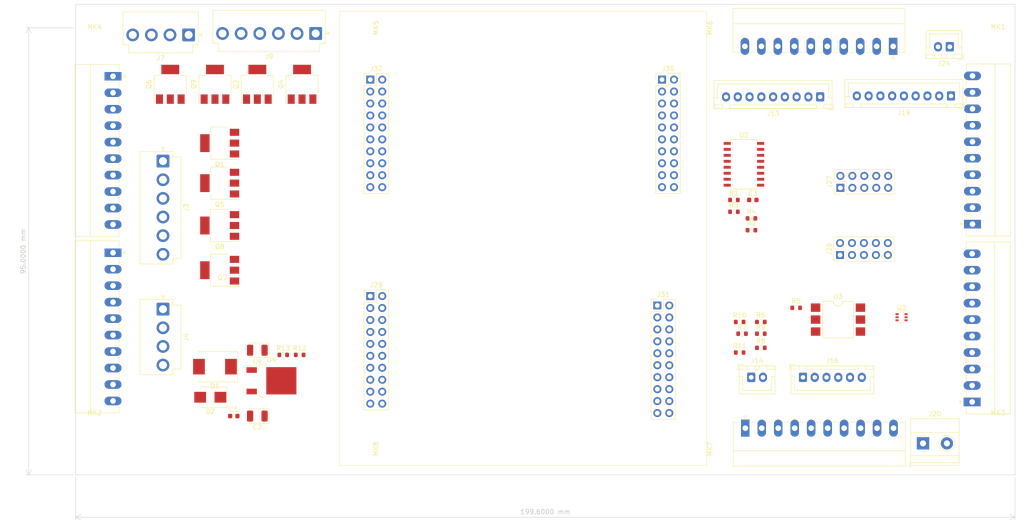
<source format=kicad_pcb>
(kicad_pcb (version 20211014) (generator pcbnew)
  (layers (0 "F.Cu" signal "Górna sygnałowa") (31 "B.Cu" signal "Dolna sygnałowa") (34 "B.Paste" user "Dolna pasty") (35 "F.Paste" user "Górna pasty") (36 "B.SilkS" user "Dolna opisowa") (37 "F.SilkS" user "Górna opisowa") (38 "B.Mask" user "Dolna sodermaski") (39 "F.Mask" user "Górna soldermaski") (44 "Edge.Cuts" user "Krawędziowa"))
  (net 0 "")
  (net 1 "/controller/PUMP_PRESS")
  (net 2 "+24V")
  (net 3 "/controller/PUMP_VACUUM")
  (net 4 "GND")
  (net 5 "+5V")
  (net 6 "/controller/ENC_Y_A+")
  (net 7 "/controller/ENC_Y_A-")
  (net 8 "/controller/ENC_Y_B+")
  (net 9 "/controller/ENC_Y_B-")
  (net 10 "+7V")
  (net 11 "/controller/OUT_LZ")
  (net 12 "/controller/OUT_UNUSED")
  (net 13 "/controller/OUT_N2_VALVE")
  (net 14 "/controller/OUT_N1_VALVE")
  (net 15 "/controller/OUT_LED_DN")
  (net 16 "/controller/OUT_LED_UP")
  (net 19 "/controller/IN1_ANA")
  (net 20 "/controller/IN2_ANA")
  (net 21 "/controller/IN_Z_LIM")
  (net 22 "/controller/IN_Y_LIM")
  (net 23 "/controller/IN_X_LIM")
  (net 24 "/controller/IN_LZ_LIM")
  (net 25 "/controller/ENC_X_A+")
  (net 26 "/controller/ENC_X_A-")
  (net 27 "/controller/ENC_X_B+")
  (net 28 "/controller/ENC_X_B-")
  (net 32 "/controller/CAM+")
  (net 33 "/controller/CAM-")
  (net 34 "/controller/ESTOP")
  (net 35 "/controller/DIR_X")
  (net 36 "/controller/STEP_Z")
  (net 37 "/controller/DIR_Y")
  (net 38 "/controller/STEP_Y")
  (net 39 "/controller/DIR_Z")
  (net 40 "/controller/STEP_X")
  (net 43 "/controller/ENA_XYZ")
  (net 44 "/controller/DIR_B")
  (net 45 "/controller/STEP_D")
  (net 46 "/controller/DIR_C")
  (net 47 "/controller/STEP_C")
  (net 48 "/controller/DIR_D")
  (net 49 "/controller/STEP_B")
  (net 50 "/controller/ENA_BCD")
  (net 52 "+3V3")
  (net 53 "/controller/UniPrinterBase/ENC1.CH1")
  (net 54 "/controller/UniPrinterBase/ENC2.CH1")
  (net 55 "/controller/UniPrinterBase/ENC1.CH2")
  (net 56 "/controller/UniPrinterBase/ENC2.CH2")
  (net 57 "/controller/UniPrinterBase/IO_CPU1")
  (net 58 "/controller/UniPrinterBase/ENC3_CH1.OUT_CPU11_PWM")
  (net 59 "/controller/UniPrinterBase/IO_CPU2")
  (net 60 "/controller/UniPrinterBase/ENC3_CH2.OUT_CPU12_PWM")
  (net 61 "/controller/UniPrinterBase/IO_CPU3")
  (net 62 "/controller/UniPrinterBase/IO_CPU7")
  (net 63 "/controller/UniPrinterBase/IO_CPU4")
  (net 64 "/controller/UniPrinterBase/IO_CPU5")
  (net 65 "/controller/UniPrinterBase/IO_CPU6")
  (net 66 "/controller/UniPrinterBase/U1_RX")
  (net 67 "/controller/UniPrinterBase/U1_TX")
  (net 68 "/controller/UniPrinterBase/BOOT0")
  (net 69 "/controller/UniPrinterBase/IN_CPU6")
  (net 71 "/controller/UniPrinterBase/IN_CPU7")
  (net 73 "/controller/UniPrinterBase/IN_CPU8")
  (net 74 "/controller/UniPrinterBase/I2C.SDA")
  (net 75 "/controller/UniPrinterBase/IN_CPU9")
  (net 76 "/controller/UniPrinterBase/I2C.SCL")
  (net 77 "/controller/UniPrinterBase/IN_CPU10")
  (net 78 "/controller/UniPrinterBase/CAN_H")
  (net 79 "/controller/UniPrinterBase/CAN_L")
  (net 80 "/controller/UniPrinterBase/OUT_CPU1_PWM")
  (net 81 "/controller/UniPrinterBase/OUT_CPU2_PWM")
  (net 82 "/controller/UniPrinterBase/OUT_CPU3_PWM")
  (net 83 "/controller/UniPrinterBase/OUT_CPU4_PWM")
  (net 84 "/controller/UniPrinterBase/OUT_CPU5")
  (net 85 "/controller/UniPrinterBase/OUT_CPU6")
  (net 86 "/controller/UniPrinterBase/OUT_CPU7")
  (net 87 "/controller/UniPrinterBase/OUT_CPU8")
  (net 88 "/controller/UniPrinterBase/OUT_CPU9")
  (net 89 "/controller/UniPrinterBase/OUT_CPU10")
  (net 90 "/controller/UniPrinterBase/LED")
  (net 91 "/controller/UniPrinterBase/DAC")
  (net 92 "/controller/UniPrinterBase/OUT_STEP7")
  (net 93 "/controller/UniPrinterBase/OUT_DIR7")
  (net 94 "/controller/UniPrinterBase/IO_CPU8")
  (net 95 "/controller/UniPrinterBase/U6_485_A")
  (net 96 "/controller/UniPrinterBase/IO_CPU9")
  (net 97 "/controller/UniPrinterBase/U6_485_B")
  (net 99 "/controller/VSUP")
  (net 100 "/controller/UniPrinterBase/ADC.CH1")
  (net 101 "/controller/UniPrinterBase/ADC.CH2")
  (net 102 "Net-(R5-Pad1)")
  (net 103 "Net-(R7-Pad1)")
  (net 104 "Net-(R10-Pad1)")
  (net 106 "Net-(C1-Pad1)")
  (net 107 "Net-(C2-Pad1)")
  (footprint "MountingHole:MountingHole_3.2mm_M3" (layer "F.Cu") (at 213.9 55)
    (property "Reference" "MK1")
    (property "Value" "Mounting_Hole")
    (fp_text reference "MK1" (at 0 -4.2) (layer "F.SilkS"))
    (fp_text value "Mounting_Hole")
    (pad "" np_thru_hole circle (at 0 0) (size 3.2 3.2) (drill 3.2) (layers *.Cu *.Mask))
  )
  (footprint "Diode_SMD:D_SMB" (layer "F.Cu") (at 46.5 129.5 180)
    (fp_text reference "D2" (at 0 -3) (layer "F.SilkS"))
    (fp_text value "SK56")
    (pad "1" smd rect (at -2.15 0 180) (size 2.5 2.3) (layers "F.Cu" "F.Paste" "F.Mask") (net 106 "Net-(C1-Pad1)"))
    (pad "2" smd rect (at 2.15 0 180) (size 2.5 2.3) (layers "F.Cu" "F.Paste" "F.Mask") (net 2 "+24V"))
  )
  (footprint "Resistor_SMD:R_0603_1608Metric" (layer "F.Cu") (at 171 110.5)
    (fp_text reference "R5" (at 0 -1.43) (layer "F.SilkS"))
    (fp_text value "220R")
    (pad "1" smd roundrect (at -0.825 0) (size 0.8 0.95) (layers "F.Cu" "F.Paste" "F.Mask") (net 102 "Net-(R5-Pad1)"))
    (pad "2" smd roundrect (at 0.825 0) (size 0.8 0.95) (layers "F.Cu" "F.Paste" "F.Mask") (net 86 "/controller/UniPrinterBase/OUT_CPU7"))
  )
  (footprint "Package_TO_SOT_SMD:TO-252-2" (layer "F.Cu") (at 59.5 126)
    (fp_text reference "U4" (at 0 -4.5) (layer "F.SilkS"))
    (fp_text value "LM217_TO-252")
    (pad "1" smd rect (at -4.2 -2.28) (size 2.2 1.2) (layers "F.Cu" "F.Paste" "F.Mask") (net 107 "Net-(C2-Pad1)"))
    (pad "2" smd rect (at 2.1 0) (size 6.4 5.8) (layers "F.Cu" "F.Mask") (net 10 "+7V"))
    (pad "3" smd rect (at -4.2 2.28) (size 2.2 1.2) (layers "F.Cu" "F.Paste" "F.Mask") (net 106 "Net-(C1-Pad1)"))
  )
  (footprint "Connector_PinHeader_2.54mm:PinHeader_2x05_P2.54mm_Vertical" (layer "F.Cu") (at 180.4 85 90)
    (fp_text reference "J27" (at 1.27 -2.33 90) (layer "F.SilkS"))
    (fp_text value "Conn_02x05_Odd_Even")
    (pad "1" thru_hole rect (at 0 0 90) (size 1.7 1.7) (drill 1) (layers *.Cu *.Mask) (net 35 "/controller/DIR_X"))
    (pad "2" thru_hole oval (at 2.54 0 90) (size 1.7 1.7) (drill 1) (layers *.Cu *.Mask) (net 36 "/controller/STEP_Z"))
    (pad "3" thru_hole oval (at 0 2.54 90) (size 1.7 1.7) (drill 1) (layers *.Cu *.Mask) (net 37 "/controller/DIR_Y"))
    (pad "4" thru_hole oval (at 2.54 2.54 90) (size 1.7 1.7) (drill 1) (layers *.Cu *.Mask) (net 38 "/controller/STEP_Y"))
    (pad "5" thru_hole oval (at 0 5.08 90) (size 1.7 1.7) (drill 1) (layers *.Cu *.Mask) (net 39 "/controller/DIR_Z"))
    (pad "6" thru_hole oval (at 2.54 5.08 90) (size 1.7 1.7) (drill 1) (layers *.Cu *.Mask) (net 40 "/controller/STEP_X"))
    (pad "7" thru_hole oval (at 0 7.62 90) (size 1.7 1.7) (drill 1) (layers *.Cu *.Mask) (net 43 "/controller/ENA_XYZ"))
    (pad "8" thru_hole oval (at 2.54 7.62 90) (size 1.7 1.7) (drill 1) (layers *.Cu *.Mask) (net 43 "/controller/ENA_XYZ"))
    (pad "9" thru_hole oval (at 0 10.16 90) (size 1.7 1.7) (drill 1) (layers *.Cu *.Mask) (net 4 "GND"))
    (pad "10" thru_hole oval (at 2.54 10.16 90) (size 1.7 1.7) (drill 1) (layers *.Cu *.Mask) (net 4 "GND"))
  )
  (footprint "Connector_PinHeader_2.54mm:PinHeader_2x05_P2.54mm_Vertical" (layer "F.Cu") (at 180.325 99.275 90)
    (fp_text reference "J28" (at 1.27 -2.33 90) (layer "F.SilkS"))
    (fp_text value "Conn_02x05_Odd_Even")
    (pad "1" thru_hole rect (at 0 0 90) (size 1.7 1.7) (drill 1) (layers *.Cu *.Mask) (net 44 "/controller/DIR_B"))
    (pad "2" thru_hole oval (at 2.54 0 90) (size 1.7 1.7) (drill 1) (layers *.Cu *.Mask) (net 45 "/controller/STEP_D"))
    (pad "3" thru_hole oval (at 0 2.54 90) (size 1.7 1.7) (drill 1) (layers *.Cu *.Mask) (net 46 "/controller/DIR_C"))
    (pad "4" thru_hole oval (at 2.54 2.54 90) (size 1.7 1.7) (drill 1) (layers *.Cu *.Mask) (net 47 "/controller/STEP_C"))
    (pad "5" thru_hole oval (at 0 5.08 90) (size 1.7 1.7) (drill 1) (layers *.Cu *.Mask) (net 48 "/controller/DIR_D"))
    (pad "6" thru_hole oval (at 2.54 5.08 90) (size 1.7 1.7) (drill 1) (layers *.Cu *.Mask) (net 49 "/controller/STEP_B"))
    (pad "7" thru_hole oval (at 0 7.62 90) (size 1.7 1.7) (drill 1) (layers *.Cu *.Mask) (net 50 "/controller/ENA_BCD"))
    (pad "8" thru_hole oval (at 2.54 7.62 90) (size 1.7 1.7) (drill 1) (layers *.Cu *.Mask) (net 50 "/controller/ENA_BCD"))
    (pad "9" thru_hole oval (at 0 10.16 90) (size 1.7 1.7) (drill 1) (layers *.Cu *.Mask) (net 4 "GND"))
    (pad "10" thru_hole oval (at 2.54 10.16 90) (size 1.7 1.7) (drill 1) (layers *.Cu *.Mask) (net 4 "GND"))
  )
  (footprint "Connector_JST:JST_XH_B2B-XH-A_1x02_P2.50mm_Vertical" (layer "F.Cu") (at 203.65 55.025 180)
    (fp_text reference "J24" (at 1.25 -3.55) (layer "F.SilkS"))
    (fp_text value "Conn_01x02_Male")
    (pad "1" thru_hole roundrect (at 0 0 180) (size 1.7 2) (drill 1) (layers *.Cu *.Mask) (roundrect_rratio 0.147059) (net 4 "GND"))
    (pad "2" thru_hole oval (at 2.5 0 180) (size 1.7 2) (drill 1) (layers *.Cu *.Mask) (net 34 "/controller/ESTOP"))
  )
  (footprint "Connector_JST:JST_XH_B2B-XH-A_1x02_P2.50mm_Vertical" (layer "F.Cu") (at 161.45 125.275)
    (fp_text reference "J14" (at 1.25 -3.55) (layer "F.SilkS"))
    (fp_text value "Conn_01x02_Male")
    (pad "1" thru_hole roundrect (at 0 0) (size 1.7 2) (drill 1) (layers *.Cu *.Mask) (roundrect_rratio 0.147059) (net 19 "/controller/IN1_ANA"))
    (pad "2" thru_hole oval (at 2.5 0) (size 1.7 2) (drill 1) (layers *.Cu *.Mask) (net 20 "/controller/IN2_ANA"))
  )
  (footprint "moje:PhoenixContact_MC-G_10x3.50mm_Angled" (layer "F.Cu") (at 208.4 130.5 90)
    (fp_text reference "J26" hide)
    (fp_text value "Conn_01x10_Male")
    (pad "1" thru_hole rect locked (at 0 0 90) (size 1.8 3.6) (drill 1.2) (layers *.Cu *.Mask) (net 4 "GND"))
    (pad "2" thru_hole oval locked (at 3.5 0 90) (size 1.8 3.6) (drill 1.2) (layers *.Cu *.Mask) (net 4 "GND"))
    (pad "3" thru_hole oval locked (at 7 0 90) (size 1.8 3.6) (drill 1.2) (layers *.Cu *.Mask) (net 48 "/controller/DIR_D"))
    (pad "4" thru_hole oval locked (at 10.5 0 90) (size 1.8 3.6) (drill 1.2) (layers *.Cu *.Mask) (net 45 "/controller/STEP_D"))
    (pad "5" thru_hole oval locked (at 14 0 90) (size 1.8 3.6) (drill 1.2) (layers *.Cu *.Mask) (net 46 "/controller/DIR_C"))
    (pad "6" thru_hole oval locked (at 17.5 0 90) (size 1.8 3.6) (drill 1.2) (layers *.Cu *.Mask) (net 47 "/controller/STEP_C"))
    (pad "7" thru_hole oval locked (at 21 0 90) (size 1.8 3.6) (drill 1.2) (layers *.Cu *.Mask) (net 44 "/controller/DIR_B"))
    (pad "8" thru_hole oval locked (at 24.5 0 90) (size 1.8 3.6) (drill 1.2) (layers *.Cu *.Mask) (net 49 "/controller/STEP_B"))
    (pad "9" thru_hole oval locked (at 28 0 90) (size 1.8 3.6) (drill 1.2) (layers *.Cu *.Mask) (net 50 "/controller/ENA_BCD"))
    (pad "10" thru_hole oval locked (at 31.5 0 90) (size 1.8 3.6) (drill 1.2) (layers *.Cu *.Mask))
  )
  (footprint "MountingHole:MountingHole_3.2mm_M3" (layer "F.Cu") (at 77.5 140.5 -90)
    (property "Reference" "MK6")
    (property "Value" "Mounting_Hole")
    (fp_text reference "MK8" (at 0 -4.2 90) (layer "F.SilkS"))
    (fp_text value "Mounting_Hole")
    (pad "" np_thru_hole circle locked (at 0 0 270) (size 3.2 3.2) (drill 3.2) (layers *.Cu *.Mask))
  )
  (footprint "Resistor_SMD:R_0603_1608Metric" (layer "F.Cu") (at 65.5 120.5)
    (fp_text reference "R12" (at 0 -1.43) (layer "F.SilkS"))
    (fp_text value "4k6")
    (pad "1" smd roundrect (at -0.825 0) (size 0.8 0.95) (layers "F.Cu" "F.Paste" "F.Mask") (net 4 "GND"))
    (pad "2" smd roundrect (at 0.825 0) (size 0.8 0.95) (layers "F.Cu" "F.Paste" "F.Mask") (net 107 "Net-(C2-Pad1)"))
  )
  (footprint "MountingHole:MountingHole_3.2mm_M3" (layer "F.Cu") (at 213.9 137)
    (property "Reference" "MK3")
    (property "Value" "Mounting_Hole")
    (fp_text reference "MK3" (at 0 -4.2) (layer "F.SilkS"))
    (fp_text value "Mounting_Hole")
    (pad "" np_thru_hole circle (at 0 0) (size 3.2 3.2) (drill 3.2) (layers *.Cu *.Mask))
  )
  (footprint "Capacitor_Tantalum_SMD:CP_EIA-3528-21_Kemet-B" (layer "F.Cu") (at 56.5 133.5 180)
    (fp_text reference "C2" (at 0 -2.35) (layer "F.SilkS"))
    (fp_text value "10uf")
    (pad "1" smd roundrect (at -1.5375 0 180) (size 1.325 2.35) (layers "F.Cu" "F.Paste" "F.Mask") (roundrect_rratio 0.188679) (net 107 "Net-(C2-Pad1)"))
    (pad "2" smd roundrect (at 1.5375 0 180) (size 1.325 2.35) (layers "F.Cu" "F.Paste" "F.Mask") (roundrect_rratio 0.188679) (net 4 "GND"))
  )
  (footprint "Package_TO_SOT_SMD:SOT-363_SC-70-6" (layer "F.Cu") (at 193.4 112.5)
    (fp_text reference "Q3" (at 0 -2) (layer "F.SilkS"))
    (fp_text value "BSS138BKS")
    (pad "1" smd rect (at -0.95 -0.65) (size 0.65 0.4) (layers "F.Cu" "F.Paste" "F.Mask") (net 4 "GND"))
    (pad "2" smd rect (at -0.95 0) (size 0.65 0.4) (layers "F.Cu" "F.Paste" "F.Mask") (net 57 "/controller/UniPrinterBase/IO_CPU1"))
    (pad "3" smd rect (at -0.95 0.65) (size 0.65 0.4) (layers "F.Cu" "F.Paste" "F.Mask") (net 50 "/controller/ENA_BCD"))
    (pad "4" smd rect (at 0.95 0.65) (size 0.65 0.4) (layers "F.Cu" "F.Paste" "F.Mask") (net 4 "GND"))
    (pad "5" smd rect (at 0.95 0) (size 0.65 0.4) (layers "F.Cu" "F.Paste" "F.Mask") (net 59 "/controller/UniPrinterBase/IO_CPU2"))
    (pad "6" smd rect (at 0.95 -0.65) (size 0.65 0.4) (layers "F.Cu" "F.Paste" "F.Mask") (net 43 "/controller/ENA_XYZ"))
  )
  (footprint "Package_SO:SOIC-16W_5.3x10.2mm_P1.27mm" (layer "F.Cu") (at 159.9 80)
    (fp_text reference "U2" (at 0 -6.2) (layer "F.SilkS"))
    (fp_text value "AM26LV32xNS")
    (pad "1" smd rect (at -3.55 -4.445) (size 1.5 0.6) (layers "F.Cu" "F.Paste" "F.Mask") (net 7 "/controller/ENC_Y_A-"))
    (pad "2" smd rect (at -3.55 -3.175) (size 1.5 0.6) (layers "F.Cu" "F.Paste" "F.Mask") (net 6 "/controller/ENC_Y_A+"))
    (pad "3" smd rect (at -3.55 -1.905) (size 1.5 0.6) (layers "F.Cu" "F.Paste" "F.Mask") (net 53 "/controller/UniPrinterBase/ENC1.CH1"))
    (pad "4" smd rect (at -3.55 -0.635) (size 1.5 0.6) (layers "F.Cu" "F.Paste" "F.Mask") (net 4 "GND"))
    (pad "5" smd rect (at -3.55 0.635) (size 1.5 0.6) (layers "F.Cu" "F.Paste" "F.Mask") (net 55 "/controller/UniPrinterBase/ENC1.CH2"))
    (pad "6" smd rect (at -3.55 1.905) (size 1.5 0.6) (layers "F.Cu" "F.Paste" "F.Mask") (net 8 "/controller/ENC_Y_B+"))
    (pad "7" smd rect (at -3.55 3.175) (size 1.5 0.6) (layers "F.Cu" "F.Paste" "F.Mask") (net 9 "/controller/ENC_Y_B-"))
    (pad "8" smd rect (at -3.55 4.445) (size 1.5 0.6) (layers "F.Cu" "F.Paste" "F.Mask") (net 4 "GND"))
    (pad "9" smd rect (at 3.55 4.445) (size 1.5 0.6) (layers "F.Cu" "F.Paste" "F.Mask") (net 26 "/controller/ENC_X_A-"))
    (pad "10" smd rect (at 3.55 3.175) (size 1.5 0.6) (layers "F.Cu" "F.Paste" "F.Mask") (net 25 "/controller/ENC_X_A+"))
    (pad "11" smd rect (at 3.55 1.905) (size 1.5 0.6) (layers "F.Cu" "F.Paste" "F.Mask") (net 54 "/controller/UniPrinterBase/ENC2.CH1"))
    (pad "12" smd rect (at 3.55 0.635) (size 1.5 0.6) (layers "F.Cu" "F.Paste" "F.Mask") (net 4 "GND"))
    (pad "13" smd rect (at 3.55 -0.635) (size 1.5 0.6) (layers "F.Cu" "F.Paste" "F.Mask") (net 56 "/controller/UniPrinterBase/ENC2.CH2"))
    (pad "14" smd rect (at 3.55 -1.905) (size 1.5 0.6) (layers "F.Cu" "F.Paste" "F.Mask") (net 27 "/controller/ENC_X_B+"))
    (pad "15" smd rect (at 3.55 -3.175) (size 1.5 0.6) (layers "F.Cu" "F.Paste" "F.Mask") (net 28 "/controller/ENC_X_B-"))
    (pad "16" smd rect (at 3.55 -4.445) (size 1.5 0.6) (layers "F.Cu" "F.Paste" "F.Mask") (net 5 "+5V"))
  )
  (footprint "Resistor_SMD:R_0603_1608Metric" (layer "F.Cu") (at 159 113.5)
    (fp_text reference "R10" (at 0 -1.43) (layer "F.SilkS"))
    (fp_text value "2k2")
    (pad "1" smd roundrect (at -0.825 0) (size 0.8 0.95) (layers "F.Cu" "F.Paste" "F.Mask") (net 104 "Net-(R10-Pad1)"))
    (pad "2" smd roundrect (at 0.825 0) (size 0.8 0.95) (layers "F.Cu" "F.Paste" "F.Mask") (net 101 "/controller/UniPrinterBase/ADC.CH2"))
  )
  (footprint "Resistor_SMD:R_0603_1608Metric" (layer "F.Cu") (at 163.5 113.5)
    (fp_text reference "R6" (at 0 -1.43) (layer "F.SilkS"))
    (fp_text value "2k2")
    (pad "1" smd roundrect (at -0.825 0) (size 0.8 0.95) (layers "F.Cu" "F.Paste" "F.Mask") (net 100 "/controller/UniPrinterBase/ADC.CH1"))
    (pad "2" smd roundrect (at 0.825 0) (size 0.8 0.95) (layers "F.Cu" "F.Paste" "F.Mask") (net 19 "/controller/IN1_ANA"))
  )
  (footprint "Connector_PinHeader_2.54mm:PinHeader_2x10_P2.54mm_Vertical" (layer "F.Cu") (at 142.5 62)
    (fp_text reference "J30" (at 1.27 -2.33) (layer "F.SilkS"))
    (fp_text value "Conn_02x20_Odd_Even")
    (pad "1" thru_hole rect (at 0 0) (size 1.7 1.7) (drill 1) (layers *.Cu *.Mask) (net 99 "/controller/VSUP"))
    (pad "2" thru_hole oval (at 2.54 0) (size 1.7 1.7) (drill 1) (layers *.Cu *.Mask) (net 99 "/controller/VSUP"))
    (pad "3" thru_hole oval (at 0 2.54) (size 1.7 1.7) (drill 1) (layers *.Cu *.Mask) (net 99 "/controller/VSUP"))
    (pad "4" thru_hole oval (at 2.54 2.54) (size 1.7 1.7) (drill 1) (layers *.Cu *.Mask) (net 99 "/controller/VSUP"))
    (pad "5" thru_hole oval (at 0 5.08) (size 1.7 1.7) (drill 1) (layers *.Cu *.Mask) (net 4 "GND"))
    (pad "6" thru_hole oval (at 2.54 5.08) (size 1.7 1.7) (drill 1) (layers *.Cu *.Mask) (net 4 "GND"))
    (pad "7" thru_hole oval (at 0 7.62) (size 1.7 1.7) (drill 1) (layers *.Cu *.Mask) (net 4 "GND"))
    (pad "8" thru_hole oval (at 2.54 7.62) (size 1.7 1.7) (drill 1) (layers *.Cu *.Mask) (net 4 "GND"))
    (pad "9" thru_hole oval (at 0 10.16) (size 1.7 1.7) (drill 1) (layers *.Cu *.Mask) (net 80 "/controller/UniPrinterBase/OUT_CPU1_PWM"))
    (pad "10" thru_hole oval (at 2.54 10.16) (size 1.7 1.7) (drill 1) (layers *.Cu *.Mask) (net 40 "/controller/STEP_X"))
    (pad "11" thru_hole oval (at 0 12.7) (size 1.7 1.7) (drill 1) (layers *.Cu *.Mask) (net 81 "/controller/UniPrinterBase/OUT_CPU2_PWM"))
    (pad "12" thru_hole oval (at 2.54 12.7) (size 1.7 1.7) (drill 1) (layers *.Cu *.Mask) (net 35 "/controller/DIR_X"))
    (pad "13" thru_hole oval (at 0 15.24) (size 1.7 1.7) (drill 1) (layers *.Cu *.Mask) (net 82 "/controller/UniPrinterBase/OUT_CPU3_PWM"))
    (pad "14" thru_hole oval (at 2.54 15.24) (size 1.7 1.7) (drill 1) (layers *.Cu *.Mask) (net 38 "/controller/STEP_Y"))
    (pad "15" thru_hole oval (at 0 17.78) (size 1.7 1.7) (drill 1) (layers *.Cu *.Mask) (net 83 "/controller/UniPrinterBase/OUT_CPU4_PWM"))
    (pad "16" thru_hole oval (at 2.54 17.78) (size 1.7 1.7) (drill 1) (layers *.Cu *.Mask) (net 37 "/controller/DIR_Y"))
    (pad "17" thru_hole oval (at 0 20.32) (size 1.7 1.7) (drill 1) (layers *.Cu *.Mask) (net 84 "/controller/UniPrinterBase/OUT_CPU5"))
    (pad "18" thru_hole oval (at 2.54 20.32) (size 1.7 1.7) (drill 1) (layers *.Cu *.Mask) (net 36 "/controller/STEP_Z"))
    (pad "19" thru_hole oval (at 0 22.86) (size 1.7 1.7) (drill 1) (layers *.Cu *.Mask) (net 85 "/controller/UniPrinterBase/OUT_CPU6"))
    (pad "20" thru_hole oval (at 2.54 22.86) (size 1.7 1.7) (drill 1) (layers *.Cu *.Mask) (net 39 "/controller/DIR_Z"))
  )
  (footprint "MountingHole:MountingHole_3.2mm_M3" (layer "F.Cu") (at 21.9 137)
    (property "Reference" "MK2")
    (property "Value" "Mounting_Hole")
    (fp_text reference "MK2" (at 0 -4.2) (layer "F.SilkS"))
    (fp_text value "Mounting_Hole")
    (pad "" np_thru_hole circle (at 0 0) (size 3.2 3.2) (drill 3.2) (layers *.Cu *.Mask))
  )
  (footprint "Connector_JST:JST_VH_B6P-VH-B_1x06_P3.96mm_Vertical" (layer "F.Cu") (at 36.45 79.3225 -90)
    (fp_text reference "J3" (at 9.9 -4.9 90) (layer "F.SilkS"))
    (fp_text value "Conn_01x06_Male")
    (pad "1" thru_hole roundrect (at 0 0 270) (size 2.7 2.7) (drill 1.7) (layers *.Cu *.Mask) (roundrect_rratio 0.092593) (net 1 "/controller/PUMP_PRESS"))
    (pad "2" thru_hole circle (at 3.96 0 270) (size 2.7 2.7) (drill 1.7) (layers *.Cu *.Mask) (net 2 "+24V"))
    (pad "3" thru_hole circle (at 7.92 0 270) (size 2.7 2.7) (drill 1.7) (layers *.Cu *.Mask) (net 2 "+24V"))
    (pad "4" thru_hole circle (at 11.88 0 270) (size 2.7 2.7) (drill 1.7) (layers *.Cu *.Mask) (net 3 "/controller/PUMP_VACUUM"))
    (pad "5" thru_hole circle (at 15.84 0 270) (size 2.7 2.7) (drill 1.7) (layers *.Cu *.Mask) (net 4 "GND"))
    (pad "6" thru_hole circle (at 19.8 0 270) (size 2.7 2.7) (drill 1.7) (layers *.Cu *.Mask) (net 2 "+24V"))
  )
  (footprint "Connector_PinHeader_2.54mm:PinHeader_2x10_P2.54mm_Vertical" (layer "F.Cu") (at 80.5 62)
    (fp_text reference "J32" (at 1.27 -2.33) (layer "F.SilkS"))
    (fp_text value "Conn_02x10_Odd_Even")
    (pad "1" thru_hole rect (at 0 0) (size 1.7 1.7) (drill 1) (layers *.Cu *.Mask) (net 5 "+5V"))
    (pad "2" thru_hole oval (at 2.54 0) (size 1.7 1.7) (drill 1) (layers *.Cu *.Mask) (net 52 "+3V3"))
    (pad "3" thru_hole oval (at 0 2.54) (size 1.7 1.7) (drill 1) (layers *.Cu *.Mask) (net 5 "+5V"))
    (pad "4" thru_hole oval (at 2.54 2.54) (size 1.7 1.7) (drill 1) (layers *.Cu *.Mask) (net 52 "+3V3"))
    (pad "5" thru_hole oval (at 0 5.08) (size 1.7 1.7) (drill 1) (layers *.Cu *.Mask) (net 54 "/controller/UniPrinterBase/ENC2.CH1"))
    (pad "6" thru_hole oval (at 2.54 5.08) (size 1.7 1.7) (drill 1) (layers *.Cu *.Mask) (net 53 "/controller/UniPrinterBase/ENC1.CH1"))
    (pad "7" thru_hole oval (at 0 7.62) (size 1.7 1.7) (drill 1) (layers *.Cu *.Mask) (net 56 "/controller/UniPrinterBase/ENC2.CH2"))
    (pad "8" thru_hole oval (at 2.54 7.62) (size 1.7 1.7) (drill 1) (layers *.Cu *.Mask) (net 55 "/controller/UniPrinterBase/ENC1.CH2"))
    (pad "9" thru_hole oval (at 0 10.16) (size 1.7 1.7) (drill 1) (layers *.Cu *.Mask) (net 58 "/controller/UniPrinterBase/ENC3_CH1.OUT_CPU11_PWM"))
    (pad "10" thru_hole oval (at 2.54 10.16) (size 1.7 1.7) (drill 1) (layers *.Cu *.Mask) (net 57 "/controller/UniPrinterBase/IO_CPU1"))
    (pad "11" thru_hole oval (at 0 12.7) (size 1.7 1.7) (drill 1) (layers *.Cu *.Mask) (net 60 "/controller/UniPrinterBase/ENC3_CH2.OUT_CPU12_PWM"))
    (pad "12" thru_hole oval (at 2.54 12.7) (size 1.7 1.7) (drill 1) (layers *.Cu *.Mask) (net 59 "/controller/UniPrinterBase/IO_CPU2"))
    (pad "13" thru_hole oval (at 0 15.24) (size 1.7 1.7) (drill 1) (layers *.Cu *.Mask) (net 62 "/controller/UniPrinterBase/IO_CPU7"))
    (pad "14" thru_hole oval (at 2.54 15.24) (size 1.7 1.7) (drill 1) (layers *.Cu *.Mask) (net 61 "/controller/UniPrinterBase/IO_CPU3"))
    (pad "15" thru_hole oval (at 0 17.78) (size 1.7 1.7) (drill 1) (layers *.Cu *.Mask) (net 23 "/controller/IN_X_LIM"))
    (pad "16" thru_hole oval (at 2.54 17.78) (size 1.7 1.7) (drill 1) (layers *.Cu *.Mask) (net 63 "/controller/UniPrinterBase/IO_CPU4"))
    (pad "17" thru_hole oval (at 0 20.32) (size 1.7 1.7) (drill 1) (layers *.Cu *.Mask) (net 22 "/controller/IN_Y_LIM"))
    (pad "18" thru_hole oval (at 2.54 20.32) (size 1.7 1.7) (drill 1) (layers *.Cu *.Mask) (net 64 "/controller/UniPrinterBase/IO_CPU5"))
    (pad "19" thru_hole oval (at 0 22.86) (size 1.7 1.7) (drill 1) (layers *.Cu *.Mask) (net 21 "/controller/IN_Z_LIM"))
    (pad "20" thru_hole oval (at 2.54 22.86) (size 1.7 1.7) (drill 1) (layers *.Cu *.Mask) (net 65 "/controller/UniPrinterBase/IO_CPU6"))
  )
  (footprint "moje:PhoenixContact_MC-G_10x3.50mm_Angled" (layer "F.Cu") (at 160.19 136.0675)
    (fp_text reference "J11" hide)
    (fp_text value "Conn_01x10_Male")
    (pad "1" thru_hole rect locked (at 0 0) (size 1.8 3.6) (drill 1.2) (layers *.Cu *.Mask) (net 19 "/controller/IN1_ANA"))
    (pad "2" thru_hole oval locked (at 3.5 0) (size 1.8 3.6) (drill 1.2) (layers *.Cu *.Mask) (net 20 "/controller/IN2_ANA"))
    (pad "3" thru_hole oval locked (at 7 0) (size 1.8 3.6) (drill 1.2) (layers *.Cu *.Mask) (net 5 "+5V"))
    (pad "4" thru_hole oval locked (at 10.5 0) (size 1.8 3.6) (drill 1.2) (layers *.Cu *.Mask) (net 4 "GND"))
    (pad "5" thru_hole oval locked (at 14 0) (size 1.8 3.6) (drill 1.2) (layers *.Cu *.Mask) (net 21 "/controller/IN_Z_LIM"))
    (pad "6" thru_hole oval locked (at 17.5 0) (size 1.8 3.6) (drill 1.2) (layers *.Cu *.Mask) (net 22 "/controller/IN_Y_LIM"))
    (pad "7" thru_hole oval locked (at 21 0) (size 1.8 3.6) (drill 1.2) (layers *.Cu *.Mask) (net 23 "/controller/IN_X_LIM"))
    (pad "8" thru_hole oval locked (at 24.5 0) (size 1.8 3.6) (drill 1.2) (layers *.Cu *.Mask) (net 24 "/controller/IN_LZ_LIM"))
    (pad "9" thru_hole oval locked (at 28 0) (size 1.8 3.6) (drill 1.2) (layers *.Cu *.Mask) (net 32 "/controller/CAM+"))
    (pad "10" thru_hole oval locked (at 31.5 0) (size 1.8 3.6) (drill 1.2) (layers *.Cu *.Mask) (net 33 "/controller/CAM-"))
  )
  (footprint "moje:PhoenixContact_MC-G_10x3.50mm_Angled" (layer "F.Cu") (at 191.61 54.9325 180)
    (fp_text reference "J22" hide)
    (fp_text value "Conn_01x10_Male")
    (pad "1" thru_hole rect locked (at 0 0 180) (size 1.8 3.6) (drill 1.2) (layers *.Cu *.Mask) (net 25 "/controller/ENC_X_A+"))
    (pad "2" thru_hole oval locked (at 3.5 0 180) (size 1.8 3.6) (drill 1.2) (layers *.Cu *.Mask) (net 26 "/controller/ENC_X_A-"))
    (pad "3" thru_hole oval locked (at 7 0 180) (size 1.8 3.6) (drill 1.2) (layers *.Cu *.Mask) (net 27 "/controller/ENC_X_B+"))
    (pad "4" thru_hole oval locked (at 10.5 0 180) (size 1.8 3.6) (drill 1.2) (layers *.Cu *.Mask) (net 28 "/controller/ENC_X_B-"))
    (pad "5" thru_hole oval locked (at 14 0 180) (size 1.8 3.6) (drill 1.2) (layers *.Cu *.Mask) (net 5 "+5V"))
    (pad "6" thru_hole oval locked (at 17.5 0 180) (size 1.8 3.6) (drill 1.2) (layers *.Cu *.Mask) (net 4 "GND"))
    (pad "7" thru_hole oval locked (at 21 0 180) (size 1.8 3.6) (drill 1.2) (layers *.Cu *.Mask) (net 6 "/controller/ENC_Y_A+"))
    (pad "8" thru_hole oval locked (at 24.5 0 180) (size 1.8 3.6) (drill 1.2) (layers *.Cu *.Mask) (net 7 "/controller/ENC_Y_A-"))
    (pad "9" thru_hole oval locked (at 28 0 180) (size 1.8 3.6) (drill 1.2) (layers *.Cu *.Mask) (net 8 "/controller/ENC_Y_B+"))
    (pad "10" thru_hole oval locked (at 31.5 0 180) (size 1.8 3.6) (drill 1.2) (layers *.Cu *.Mask) (net 9 "/controller/ENC_Y_B-"))
  )
  (footprint "Capacitor_SMD:C_0603_1608Metric" (layer "F.Cu") (at 161.79 87.58)
    (fp_text reference "C3" (at 0 -1.43) (layer "F.SilkS"))
    (fp_text value "100n")
    (pad "1" smd roundrect (at -0.775 0) (size 0.9 0.95) (layers "F.Cu" "F.Paste" "F.Mask") (net 5 "+5V"))
    (pad "2" smd roundrect (at 0.775 0) (size 0.9 0.95) (layers "F.Cu" "F.Paste" "F.Mask") (net 4 "GND"))
  )
  (footprint "Package_TO_SOT_SMD:SOT-223" (layer "F.Cu") (at 66 63 90)
    (fp_text reference "Q4" (at 0 -4.5 90) (layer "F.SilkS"))
    (fp_text value "IRLL2705PBF")
    (pad "1" smd rect (at -3.15 -2.3 90) (size 2 1.5) (layers "F.Cu" "F.Paste" "F.Mask") (net 58 "/controller/UniPrinterBase/ENC3_CH1.OUT_CPU11_PWM"))
    (pad "2" smd rect (at -3.15 0 90) (size 2 1.5) (layers "F.Cu" "F.Paste" "F.Mask") (net 12 "/controller/OUT_UNUSED"))
    (pad "3" smd rect (at -3.15 2.3 90) (size 2 1.5) (layers "F.Cu" "F.Paste" "F.Mask") (net 4 "GND"))
    (pad "4" smd rect (at 3.15 0 90) (size 2 3.8) (layers "F.Cu" "F.Paste" "F.Mask") (net 12 "/controller/OUT_UNUSED"))
  )
  (footprint "Connector_PinHeader_2.54mm:PinHeader_2x10_P2.54mm_Vertical" (layer "F.Cu") (at 80.5 108)
    (fp_text reference "J29" (at 1.27 -2.33) (layer "F.SilkS"))
    (fp_text value "Conn_02x20_Odd_Even")
    (pad "1" thru_hole rect (at 0 0) (size 1.7 1.7) (drill 1) (layers *.Cu *.Mask) (net 4 "GND"))
    (pad "2" thru_hole oval (at 2.54 0) (size 1.7 1.7) (drill 1) (layers *.Cu *.Mask) (net 4 "GND"))
    (pad "3" thru_hole oval (at 0 2.54) (size 1.7 1.7) (drill 1) (layers *.Cu *.Mask) (net 4 "GND"))
    (pad "4" thru_hole oval (at 2.54 2.54) (size 1.7 1.7) (drill 1) (layers *.Cu *.Mask) (net 4 "GND"))
    (pad "5" thru_hole oval (at 0 5.08) (size 1.7 1.7) (drill 1) (layers *.Cu *.Mask) (net 66 "/controller/UniPrinterBase/U1_RX"))
    (pad "6" thru_hole oval (at 2.54 5.08) (size 1.7 1.7) (drill 1) (layers *.Cu *.Mask) (net 24 "/controller/IN_LZ_LIM"))
    (pad "7" thru_hole oval (at 0 7.62) (size 1.7 1.7) (drill 1) (layers *.Cu *.Mask) (net 67 "/controller/UniPrinterBase/U1_TX"))
    (pad "8" thru_hole oval (at 2.54 7.62) (size 1.7 1.7) (drill 1) (layers *.Cu *.Mask) (net 34 "/controller/ESTOP"))
    (pad "9" thru_hole oval (at 0 10.16) (size 1.7 1.7) (drill 1) (layers *.Cu *.Mask) (net 68 "/controller/UniPrinterBase/BOOT0"))
    (pad "10" thru_hole oval (at 2.54 10.16) (size 1.7 1.7) (drill 1) (layers *.Cu *.Mask) (net 69 "/controller/UniPrinterBase/IN_CPU6"))
    (pad "11" thru_hole oval (at 0 12.7) (size 1.7 1.7) (drill 1) (layers *.Cu *.Mask))
    (pad "12" thru_hole oval (at 2.54 12.7) (size 1.7 1.7) (drill 1) (layers *.Cu *.Mask) (net 71 "/controller/UniPrinterBase/IN_CPU7"))
    (pad "13" thru_hole oval (at 0 15.24) (size 1.7 1.7) (drill 1) (layers *.Cu *.Mask))
    (pad "14" thru_hole oval (at 2.54 15.24) (size 1.7 1.7) (drill 1) (layers *.Cu *.Mask) (net 73 "/controller/UniPrinterBase/IN_CPU8"))
    (pad "15" thru_hole oval (at 0 17.78) (size 1.7 1.7) (drill 1) (layers *.Cu *.Mask) (net 74 "/controller/UniPrinterBase/I2C.SDA"))
    (pad "16" thru_hole oval (at 2.54 17.78) (size 1.7 1.7) (drill 1) (layers *.Cu *.Mask) (net 75 "/controller/UniPrinterBase/IN_CPU9"))
    (pad "17" thru_hole oval (at 0 20.32) (size 1.7 1.7) (drill 1) (layers *.Cu *.Mask) (net 76 "/controller/UniPrinterBase/I2C.SCL"))
    (pad "18" thru_hole oval (at 2.54 20.32) (size 1.7 1.7) (drill 1) (layers *.Cu *.Mask) (net 77 "/controller/UniPrinterBase/IN_CPU10"))
    (pad "19" thru_hole oval (at 0 22.86) (size 1.7 1.7) (drill 1) (layers *.Cu *.Mask) (net 78 "/controller/UniPrinterBase/CAN_H"))
    (pad "20" thru_hole oval (at 2.54 22.86) (size 1.7 1.7) (drill 1) (layers *.Cu *.Mask) (net 79 "/controller/UniPrinterBase/CAN_L"))
  )
  (footprint "Connector_JST:JST_XH_B9B-XH-A_1x09_P2.50mm_Vertical" (layer "F.Cu") (at 203.9 65.475 180)
    (fp_text reference "J19" (at 10 -3.55 180) (layer "F.SilkS"))
    (fp_text value "Conn_01x09_Male")
    (pad "1" thru_hole roundrect (at 0 0 180) (size 1.7 1.95) (drill 0.95) (layers *.Cu *.Mask) (roundrect_rratio 0.147059) (net 5 "+5V"))
    (pad "2" thru_hole oval (at 2.5 0 180) (size 1.7 1.95) (drill 0.95) (layers *.Cu *.Mask) (net 4 "GND"))
    (pad "3" thru_hole oval (at 5 0 180) (size 1.7 1.95) (drill 0.95) (layers *.Cu *.Mask) (net 25 "/controller/ENC_X_A+"))
    (pad "4" thru_hole oval (at 7.5 0 180) (size 1.7 1.95) (drill 0.95) (layers *.Cu *.Mask) (net 26 "/controller/ENC_X_A-"))
    (pad "5" thru_hole oval (at 10 0 180) (size 1.7 1.95) (drill 0.95) (layers *.Cu *.Mask) (net 27 "/controller/ENC_X_B+"))
    (pad "6" thru_hole oval (at 12.5 0 180) (size 1.7 1.95) (drill 0.95) (layers *.Cu *.Mask) (net 28 "/controller/ENC_X_B-"))
    (pad "7" thru_hole oval (at 15 0 180) (size 1.7 1.95) (drill 0.95) (layers *.Cu *.Mask))
    (pad "8" thru_hole oval (at 17.5 0 180) (size 1.7 1.95) (drill 0.95) (layers *.Cu *.Mask))
    (pad "9" thru_hole oval (at 20 0 180) (size 1.7 1.95) (drill 0.95) (layers *.Cu *.Mask))
  )
  (footprint "Package_DIP:SMDIP-6_W9.53mm" (layer "F.Cu") (at 179.9 113)
    (fp_text reference "U3" (at 0 -4.87) (layer "F.SilkS"))
    (fp_text value "CNY17-1")
    (pad "1" smd rect (at -4.765 -2.54) (size 2 1.78) (layers "F.Cu" "F.Paste" "F.Mask") (net 102 "Net-(R5-Pad1)"))
    (pad "2" smd rect (at -4.765 0) (size 2 1.78) (layers "F.Cu" "F.Paste" "F.Mask") (net 4 "GND"))
    (pad "3" smd rect (at -4.765 2.54) (size 2 1.78) (layers "F.Cu" "F.Paste" "F.Mask"))
    (pad "4" smd rect (at 4.765 2.54) (size 2 1.78) (layers "F.Cu" "F.Paste" "F.Mask") (net 33 "/controller/CAM-"))
    (pad "5" smd rect (at 4.765 0) (size 2 1.78) (layers "F.Cu" "F.Paste" "F.Mask") (net 32 "/controller/CAM+"))
    (pad "6" smd rect (at 4.765 -2.54) (size 2 1.78) (layers "F.Cu" "F.Paste" "F.Mask"))
  )
  (footprint "Resistor_SMD:R_0603_1608Metric" (layer "F.Cu") (at 159 120)
    (fp_text reference "R11" (at 0 -1.43) (layer "F.SilkS"))
    (fp_text value "2k2")
    (pad "1" smd roundrect (at -0.825 0) (size 0.8 0.95) (layers "F.Cu" "F.Paste" "F.Mask") (net 4 "GND"))
    (pad "2" smd roundrect (at 0.825 0) (size 0.8 0.95) (layers "F.Cu" "F.Paste" "F.Mask") (net 104 "Net-(R10-Pad1)"))
  )
  (footprint "Connector_JST:JST_VH_B6P-VH-B_1x06_P3.96mm_Vertical" (layer "F.Cu") (at 68.9 52.2 180)
    (fp_text reference "J9" (at 9.9 -4.9) (layer "F.SilkS"))
    (fp_text value "Conn_01x06_Male")
    (pad "1" thru_hole roundrect (at 0 0 180) (size 2.7 2.7) (drill 1.7) (layers *.Cu *.Mask) (roundrect_rratio 0.092593) (net 11 "/controller/OUT_LZ"))
    (pad "2" thru_hole circle (at 3.96 0 180) (size 2.7 2.7) (drill 1.7) (layers *.Cu *.Mask) (net 12 "/controller/OUT_UNUSED"))
    (pad "3" thru_hole circle (at 7.92 0 180) (size 2.7 2.7) (drill 1.7) (layers *.Cu *.Mask) (net 13 "/controller/OUT_N2_VALVE"))
    (pad "4" thru_hole circle (at 11.88 0 180) (size 2.7 2.7) (drill 1.7) (layers *.Cu *.Mask) (net 14 "/controller/OUT_N1_VALVE"))
    (pad "5" thru_hole circle (at 15.84 0 180) (size 2.7 2.7) (drill 1.7) (layers *.Cu *.Mask) (net 15 "/controller/OUT_LED_DN"))
    (pad "6" thru_hole circle (at 19.8 0 180) (size 2.7 2.7) (drill 1.7) (layers *.Cu *.Mask) (net 16 "/controller/OUT_LED_UP"))
  )
  (footprint "Connector_JST:JST_XH_B9B-XH-A_1x09_P2.50mm_Vertical" (layer "F.Cu") (at 176.1 65.675 180)
    (fp_text reference "J13" (at 10 -3.55 180) (layer "F.SilkS"))
    (fp_text value "Conn_01x09_Male")
    (pad "1" thru_hole roundrect (at 0 0 180) (size 1.7 1.95) (drill 0.95) (layers *.Cu *.Mask) (roundrect_rratio 0.147059) (net 5 "+5V"))
    (pad "2" thru_hole oval (at 2.5 0 180) (size 1.7 1.95) (drill 0.95) (layers *.Cu *.Mask) (net 4 "GND"))
    (pad "3" thru_hole oval (at 5 0 180) (size 1.7 1.95) (drill 0.95) (layers *.Cu *.Mask) (net 6 "/controller/ENC_Y_A+"))
    (pad "4" thru_hole oval (at 7.5 0 180) (size 1.7 1.95) (drill 0.95) (layers *.Cu *.Mask) (net 7 "/controller/ENC_Y_A-"))
    (pad "5" thru_hole oval (at 10 0 180) (size 1.7 1.95) (drill 0.95) (layers *.Cu *.Mask) (net 8 "/controller/ENC_Y_B+"))
    (pad "6" thru_hole oval (at 12.5 0 180) (size 1.7 1.95) (drill 0.95) (layers *.Cu *.Mask) (net 9 "/controller/ENC_Y_B-"))
    (pad "7" thru_hole oval (at 15 0 180) (size 1.7 1.95) (drill 0.95) (layers *.Cu *.Mask))
    (pad "8" thru_hole oval (at 17.5 0 180) (size 1.7 1.95) (drill 0.95) (layers *.Cu *.Mask))
    (pad "9" thru_hole oval (at 20 0 180) (size 1.7 1.95) (drill 0.95) (layers *.Cu *.Mask))
  )
  (footprint "Connector_JST:JST_XH_B6B-XH-A_1x06_P2.50mm_Vertical" (layer "F.Cu") (at 172.45 125.275)
    (fp_text reference "J16" (at 6.25 -3.55) (layer "F.SilkS"))
    (fp_text value "Conn_01x06_Male")
    (pad "1" thru_hole roundrect (at 0 0) (size 1.7 1.95) (drill 0.95) (layers *.Cu *.Mask) (roundrect_rratio 0.147059) (net 5 "+5V"))
    (pad "2" thru_hole oval (at 2.5 0) (size 1.7 1.95) (drill 0.95) (layers *.Cu *.Mask) (net 4 "GND"))
    (pad "3" thru_hole oval (at 5 0) (size 1.7 1.95) (drill 0.95) (layers *.Cu *.Mask) (net 21 "/controller/IN_Z_LIM"))
    (pad "4" thru_hole oval (at 7.5 0) (size 1.7 1.95) (drill 0.95) (layers *.Cu *.Mask) (net 22 "/controller/IN_Y_LIM"))
    (pad "5" thru_hole oval (at 10 0) (size 1.7 1.95) (drill 0.95) (layers *.Cu *.Mask) (net 23 "/controller/IN_X_LIM"))
    (pad "6" thru_hole oval (at 12.5 0) (size 1.7 1.95) (drill 0.95) (layers *.Cu *.Mask) (net 24 "/controller/IN_LZ_LIM"))
  )
  (footprint "Package_TO_SOT_SMD:SOT-223" (layer "F.Cu") (at 48.5 93 180)
    (fp_text reference "Q8" (at 0 -4.5) (layer "F.SilkS"))
    (fp_text value "IRLL2705PBF")
    (pad "1" smd rect (at -3.15 -2.3 180) (size 2 1.5) (layers "F.Cu" "F.Paste" "F.Mask") (net 80 "/controller/UniPrinterBase/OUT_CPU1_PWM"))
    (pad "2" smd rect (at -3.15 0 180) (size 2 1.5) (layers "F.Cu" "F.Paste" "F.Mask") (net 15 "/controller/OUT_LED_DN"))
    (pad "3" smd rect (at -3.15 2.3 180) (size 2 1.5) (layers "F.Cu" "F.Paste" "F.Mask") (net 4 "GND"))
    (pad "4" smd rect (at 3.15 0 180) (size 2 3.8) (layers "F.Cu" "F.Paste" "F.Mask") (net 15 "/controller/OUT_LED_DN"))
  )
  (footprint "Resistor_SMD:R_0603_1608Metric" (layer "F.Cu") (at 163.5 116)
    (fp_text reference "R9" (at 0 -1.43) (layer "F.SilkS"))
    (fp_text value "2k2")
    (pad "1" smd roundrect (at -0.825 0) (size 0.8 0.95) (layers "F.Cu" "F.Paste" "F.Mask") (net 101 "/controller/UniPrinterBase/ADC.CH2"))
    (pad "2" smd roundrect (at 0.825 0) (size 0.8 0.95) (layers "F.Cu" "F.Paste" "F.Mask") (net 20 "/controller/IN2_ANA"))
  )
  (footprint "Package_TO_SOT_SMD:SOT-223" (layer "F.Cu") (at 47.5 63 90)
    (fp_text reference "Q9" (at 0 -4.5 90) (layer "F.SilkS"))
    (fp_text value "IRLL2705PBF")
    (pad "1" smd rect (at -3.15 -2.3 90) (size 2 1.5) (layers "F.Cu" "F.Paste" "F.Mask") (net 84 "/controller/UniPrinterBase/OUT_CPU5"))
    (pad "2" smd rect (at -3.15 0 90) (size 2 1.5) (layers "F.Cu" "F.Paste" "F.Mask") (net 13 "/controller/OUT_N2_VALVE"))
    (pad "3" smd rect (at -3.15 2.3 90) (size 2 1.5) (layers "F.Cu" "F.Paste" "F.Mask") (net 4 "GND"))
    (pad "4" smd rect (at 3.15 0 90) (size 2 3.8) (layers "F.Cu" "F.Paste" "F.Mask") (net 13 "/controller/OUT_N2_VALVE"))
  )
  (footprint "MountingHole:MountingHole_3.2mm_M3" (layer "F.Cu") (at 77.5 51 -90)
    (property "Reference" "MK1")
    (property "Value" "Mounting_Hole")
    (fp_text reference "MK5" (at 0 -4.2 90) (layer "F.SilkS"))
    (fp_text value "Mounting_Hole")
    (pad "" np_thru_hole circle locked (at 0 0 270) (size 3.2 3.2) (drill 3.2) (layers *.Cu *.Mask))
  )
  (footprint "moje:PhoenixContact_MC-G_10x3.50mm_Angled" (layer "F.Cu") (at 25.8325 61.29 -90)
    (fp_text reference "J10" hide)
    (fp_text value "Conn_01x10_Male")
    (pad "1" thru_hole rect locked (at 0 0 270) (size 1.8 3.6) (drill 1.2) (layers *.Cu *.Mask) (net 11 "/controller/OUT_LZ"))
    (pad "2" thru_hole oval locked (at 3.5 0 270) (size 1.8 3.6) (drill 1.2) (layers *.Cu *.Mask) (net 12 "/controller/OUT_UNUSED"))
    (pad "3" thru_hole oval locked (at 7 0 270) (size 1.8 3.6) (drill 1.2) (layers *.Cu *.Mask) (net 13 "/controller/OUT_N2_VALVE"))
    (pad "4" thru_hole oval locked (at 10.5 0 270) (size 1.8 3.6) (drill 1.2) (layers *.Cu *.Mask) (net 14 "/controller/OUT_N1_VALVE"))
    (pad "5" thru_hole oval locked (at 14 0 270) (size 1.8 3.6) (drill 1.2) (layers *.Cu *.Mask) (net 15 "/controller/OUT_LED_DN"))
    (pad "6" thru_hole oval locked (at 17.5 0 270) (size 1.8 3.6) (drill 1.2) (layers *.Cu *.Mask) (net 16 "/controller/OUT_LED_UP"))
    (pad "7" thru_hole oval locked (at 21 0 270) (size 1.8 3.6) (drill 1.2) (layers *.Cu *.Mask) (net 4 "GND"))
    (pad "8" thru_hole oval locked (at 24.5 0 270) (size 1.8 3.6) (drill 1.2) (layers *.Cu *.Mask) (net 5 "+5V"))
    (pad "9" thru_hole oval locked (at 28 0 270) (size 1.8 3.6) (drill 1.2) (layers *.Cu *.Mask) (net 10 "+7V"))
    (pad "10" thru_hole oval locked (at 31.5 0 270) (size 1.8 3.6) (drill 1.2) (layers *.Cu *.Mask) (net 2 "+24V"))
  )
  (footprint "Resistor_SMD:R_0603_1608Metric" (layer "F.Cu") (at 157.78 90.09)
    (fp_text reference "R3" (at 0 -1.43) (layer "F.SilkS"))
    (fp_text value "120R")
    (pad "1" smd roundrect (at -0.825 0) (size 0.8 0.95) (layers "F.Cu" "F.Paste" "F.Mask") (net 9 "/controller/ENC_Y_B-"))
    (pad "2" smd roundrect (at 0.825 0) (size 0.8 0.95) (layers "F.Cu" "F.Paste" "F.Mask") (net 8 "/controller/ENC_Y_B+"))
  )
  (footprint "Package_TO_SOT_SMD:SOT-223" (layer "F.Cu") (at 38 63 90)
    (fp_text reference "Q6" (at 0 -4.5 90) (layer "F.SilkS"))
    (fp_text value "IRLL2705PBF")
    (pad "1" smd rect (at -3.15 -2.3 90) (size 2 1.5) (layers "F.Cu" "F.Paste" "F.Mask") (net 81 "/controller/UniPrinterBase/OUT_CPU2_PWM"))
    (pad "2" smd rect (at -3.15 0 90) (size 2 1.5) (layers "F.Cu" "F.Paste" "F.Mask") (net 16 "/controller/OUT_LED_UP"))
    (pad "3" smd rect (at -3.15 2.3 90) (size 2 1.5) (layers "F.Cu" "F.Paste" "F.Mask") (net 4 "GND"))
    (pad "4" smd rect (at 3.15 0 90) (size 2 3.8) (layers "F.Cu" "F.Paste" "F.Mask") (net 16 "/controller/OUT_LED_UP"))
  )
  (footprint "moje:PhoenixContact_MC-G_10x3.50mm_Angled" (layer "F.Cu") (at 25.8325 98.79 -90)
    (fp_text reference "J5" hide)
    (fp_text value "Conn_01x10_Male")
    (pad "1" thru_hole rect locked (at 0 0 270) (size 1.8 3.6) (drill 1.2) (layers *.Cu *.Mask) (net 1 "/controller/PUMP_PRESS"))
    (pad "2" thru_hole oval locked (at 3.5 0 270) (size 1.8 3.6) (drill 1.2) (layers *.Cu *.Mask) (net 2 "+24V"))
    (pad "3" thru_hole oval locked (at 7 0 270) (size 1.8 3.6) (drill 1.2) (layers *.Cu *.Mask) (net 2 "+24V"))
    (pad "4" thru_hole oval locked (at 10.5 0 270) (size 1.8 3.6) (drill 1.2) (layers *.Cu *.Mask) (net 3 "/controller/PUMP_VACUUM"))
    (pad "5" thru_hole oval locked (at 14 0 270) (size 1.8 3.6) (drill 1.2) (layers *.Cu *.Mask) (net 4 "GND"))
    (pad "6" thru_hole oval locked (at 17.5 0 270) (size 1.8 3.6) (drill 1.2) (layers *.Cu *.Mask))
    (pad "7" thru_hole oval locked (at 21 0 270) (size 1.8 3.6) (drill 1.2) (layers *.Cu *.Mask) (net 4 "GND"))
    (pad "8" thru_hole oval locked (at 24.5 0 270) (size 1.8 3.6) (drill 1.2) (layers *.Cu *.Mask) (net 2 "+24V"))
    (pad "9" thru_hole oval locked (at 28 0 270) (size 1.8 3.6) (drill 1.2) (layers *.Cu *.Mask) (net 4 "GND"))
    (pad "10" thru_hole oval locked (at 31.5 0 270) (size 1.8 3.6) (drill 1.2) (layers *.Cu *.Mask) (net 2 "+24V"))
  )
  (footprint "MountingHole:MountingHole_3.2mm_M3" (layer "F.Cu") (at 148.5 140.5 -90)
    (property "Reference" "MK3")
    (property "Value" "Mounting_Hole")
    (fp_text reference "MK7" (at 0 -4.2 90) (layer "F.SilkS"))
    (fp_text value "Mounting_Hole")
    (pad "" np_thru_hole circle locked (at 0 0 270) (size 3.2 3.2) (drill 3.2) (layers *.Cu *.Mask))
  )
  (footprint "Package_TO_SOT_SMD:SOT-223" (layer "F.Cu") (at 56.5 63 90)
    (fp_text reference "Q2" (at 0 -4.5 90) (layer "F.SilkS"))
    (fp_text value "IRLL2705PBF")
    (pad "1" smd rect (at -3.15 -2.3 90) (size 2 1.5) (layers "F.Cu" "F.Paste" "F.Mask") (net 83 "/controller/UniPrinterBase/OUT_CPU4_PWM"))
    (pad "2" smd rect (at -3.15 0 90) (size 2 1.5) (layers "F.Cu" "F.Paste" "F.Mask") (net 3 "/controller/PUMP_VACUUM"))
    (pad "3" smd rect (at -3.15 2.3 90) (size 2 1.5) (layers "F.Cu" "F.Paste" "F.Mask") (net 4 "GND"))
    (pad "4" smd rect (at 3.15 0 90) (size 2 3.8) (layers "F.Cu" "F.Paste" "F.Mask") (net 3 "/controller/PUMP_VACUUM"))
  )
  (footprint "Resistor_SMD:R_0603_1608Metric" (layer "F.Cu") (at 161.5 94)
    (fp_text reference "R2" (at 0 -1.43) (layer "F.SilkS"))
    (fp_text value "120R")
    (pad "1" smd roundrect (at -0.825 0) (size 0.8 0.95) (layers "F.Cu" "F.Paste" "F.Mask") (net 26 "/controller/ENC_X_A-"))
    (pad "2" smd roundrect (at 0.825 0) (size 0.8 0.95) (layers "F.Cu" "F.Paste" "F.Mask") (net 25 "/controller/ENC_X_A+"))
  )
  (footprint "MountingHole:MountingHole_3.2mm_M3" (layer "F.Cu") (at 148.5 51 -90)
    (property "Reference" "MK2")
    (property "Value" "Mounting_Hole")
    (fp_text reference "MK6" (at 0 -4.2 90) (layer "F.SilkS"))
    (fp_text value "Mounting_Hole")
    (pad "" np_thru_hole circle locked (at 0 0 270) (size 3.2 3.2) (drill 3.2) (layers *.Cu *.Mask))
  )
  (footprint "Resistor_SMD:R_0603_1608Metric" (layer "F.Cu") (at 62 120.5)
    (fp_text reference "R13" (at 0 -1.43) (layer "F.SilkS"))
    (fp_text value "1k")
    (pad "1" smd roundrect (at -0.825 0) (size 0.8 0.95) (layers "F.Cu" "F.Paste" "F.Mask") (net 107 "Net-(C2-Pad1)"))
    (pad "2" smd roundrect (at 0.825 0) (size 0.8 0.95) (layers "F.Cu" "F.Paste" "F.Mask") (net 10 "+7V"))
  )
  (footprint "Connector_PinHeader_2.54mm:PinHeader_2x10_P2.54mm_Vertical" (layer "F.Cu") (at 141.5 110)
    (fp_text reference "J31" (at 1.27 -2.33) (layer "F.SilkS"))
    (fp_text value "Conn_02x20_Odd_Even")
    (pad "1" thru_hole rect (at 0 0) (size 1.7 1.7) (drill 1) (layers *.Cu *.Mask) (net 86 "/controller/UniPrinterBase/OUT_CPU7"))
    (pad "2" thru_hole oval (at 2.54 0) (size 1.7 1.7) (drill 1) (layers *.Cu *.Mask) (net 49 "/controller/STEP_B"))
    (pad "3" thru_hole oval (at 0 2.54) (size 1.7 1.7) (drill 1) (layers *.Cu *.Mask) (net 87 "/controller/UniPrinterBase/OUT_CPU8"))
    (pad "4" thru_hole oval (at 2.54 2.54) (size 1.7 1.7) (drill 1) (layers *.Cu *.Mask) (net 44 "/controller/DIR_B"))
    (pad "5" thru_hole oval (at 0 5.08) (size 1.7 1.7) (drill 1) (layers *.Cu *.Mask) (net 88 "/controller/UniPrinterBase/OUT_CPU9"))
    (pad "6" thru_hole oval (at 2.54 5.08) (size 1.7 1.7) (drill 1) (layers *.Cu *.Mask) (net 47 "/controller/STEP_C"))
    (pad "7" thru_hole oval (at 0 7.62) (size 1.7 1.7) (drill 1) (layers *.Cu *.Mask) (net 89 "/controller/UniPrinterBase/OUT_CPU10"))
    (pad "8" thru_hole oval (at 2.54 7.62) (size 1.7 1.7) (drill 1) (layers *.Cu *.Mask) (net 46 "/controller/DIR_C"))
    (pad "9" thru_hole oval (at 0 10.16) (size 1.7 1.7) (drill 1) (layers *.Cu *.Mask) (net 90 "/controller/UniPrinterBase/LED"))
    (pad "10" thru_hole oval (at 2.54 10.16) (size 1.7 1.7) (drill 1) (layers *.Cu *.Mask) (net 48 "/controller/DIR_D"))
    (pad "11" thru_hole oval (at 0 12.7) (size 1.7 1.7) (drill 1) (layers *.Cu *.Mask) (net 91 "/controller/UniPrinterBase/DAC"))
    (pad "12" thru_hole oval (at 2.54 12.7) (size 1.7 1.7) (drill 1) (layers *.Cu *.Mask) (net 45 "/controller/STEP_D"))
    (pad "13" thru_hole oval (at 0 15.24) (size 1.7 1.7) (drill 1) (layers *.Cu *.Mask) (net 100 "/controller/UniPrinterBase/ADC.CH1"))
    (pad "14" thru_hole oval (at 2.54 15.24) (size 1.7 1.7) (drill 1) (layers *.Cu *.Mask) (net 92 "/controller/UniPrinterBase/OUT_STEP7"))
    (pad "15" thru_hole oval (at 0 17.78) (size 1.7 1.7) (drill 1) (layers *.Cu *.Mask) (net 101 "/controller/UniPrinterBase/ADC.CH2"))
    (pad "16" thru_hole oval (at 2.54 17.78) (size 1.7 1.7) (drill 1) (layers *.Cu *.Mask) (net 93 "/controller/UniPrinterBase/OUT_DIR7"))
    (pad "17" thru_hole oval (at 0 20.32) (size 1.7 1.7) (drill 1) (layers *.Cu *.Mask) (net 95 "/controller/UniPrinterBase/U6_485_A"))
    (pad "18" thru_hole oval (at 2.54 20.32) (size 1.7 1.7) (drill 1) (layers *.Cu *.Mask) (net 94 "/controller/UniPrinterBase/IO_CPU8"))
    (pad "19" thru_hole oval (at 0 22.86) (size 1.7 1.7) (drill 1) (layers *.Cu *.Mask) (net 97 "/controller/UniPrinterBase/U6_485_B"))
    (pad "20" thru_hole oval (at 2.54 22.86) (size 1.7 1.7) (drill 1) (layers *.Cu *.Mask) (net 96 "/controller/UniPrinterBase/IO_CPU9"))
  )
  (footprint "MountingHole:MountingHole_3.2mm_M3" (layer "F.Cu") (at 21.9 55)
    (property "Reference" "MK6")
    (property "Value" "Mounting_Hole")
    (fp_text reference "MK4" (at 0 -4.2) (layer "F.SilkS"))
    (fp_text value "Mounting_Hole")
    (pad "" np_thru_hole circle (at 0 0) (size 3.2 3.2) (drill 3.2) (layers *.Cu *.Mask))
  )
  (footprint "Resistor_SMD:R_0603_1608Metric" (layer "F.Cu") (at 159.5 116)
    (fp_text reference "R7" (at 0 -1.43) (layer "F.SilkS"))
    (fp_text value "2k2")
    (pad "1" smd roundrect (at -0.825 0) (size 0.8 0.95) (layers "F.Cu" "F.Paste" "F.Mask") (net 103 "Net-(R7-Pad1)"))
    (pad "2" smd roundrect (at 0.825 0) (size 0.8 0.95) (layers "F.Cu" "F.Paste" "F.Mask") (net 100 "/controller/UniPrinterBase/ADC.CH1"))
  )
  (footprint "TerminalBlock_Phoenix:TerminalBlock_Phoenix_MKDS-1,5-2-5.08_1x02_P5.08mm_Horizontal" (layer "F.Cu") (at 197.955 139.305)
    (fp_text reference "J20" (at 2.54 -6.26) (layer "F.SilkS"))
    (fp_text value "Conn_01x02_Male")
    (pad "1" thru_hole rect (at 0 0) (size 2.6 2.6) (drill 1.3) (layers *.Cu *.Mask) (net 32 "/controller/CAM+"))
    (pad "2" thru_hole circle (at 5.08 0) (size 2.6 2.6) (drill 1.3) (layers *.Cu *.Mask) (net 33 "/controller/CAM-"))
  )
  (footprint "Package_TO_SOT_SMD:SOT-223" (layer "F.Cu") (at 48.5 75.5 180)
    (fp_text reference "Q1" (at 0 -4.5) (layer "F.SilkS"))
    (fp_text value "IRLL2705PBF")
    (pad "1" smd rect (at -3.15 -2.3 180) (size 2 1.5) (layers "F.Cu" "F.Paste" "F.Mask") (net 60 "/controller/UniPrinterBase/ENC3_CH2.OUT_CPU12_PWM"))
    (pad "2" smd rect (at -3.15 0 180) (size 2 1.5) (layers "F.Cu" "F.Paste" "F.Mask") (net 11 "/controller/OUT_LZ"))
    (pad "3" smd rect (at -3.15 2.3 180) (size 2 1.5) (layers "F.Cu" "F.Paste" "F.Mask") (net 4 "GND"))
    (pad "4" smd rect (at 3.15 0 180) (size 2 3.8) (layers "F.Cu" "F.Paste" "F.Mask") (net 11 "/controller/OUT_LZ"))
  )
  (footprint "Diode_SMD:D_SMC" (layer "F.Cu") (at 47.5 123 180)
    (fp_text reference "D1" (at 0 -4.1) (layer "F.SilkS"))
    (fp_text value "SMCJ24CA")
    (pad "1" smd rect (at -3.4 0 270) (size 3.3 2.5) (layers "F.Cu" "F.Paste" "F.Mask") (net 4 "GND"))
    (pad "2" smd rect (at 3.4 0 270) (size 3.3 2.5) (layers "F.Cu" "F.Paste" "F.Mask") (net 2 "+24V"))
  )
  (footprint "Resistor_SMD:R_0603_1608Metric" (layer "F.Cu") (at 163.5 119)
    (fp_text reference "R8" (at 0 -1.43) (layer "F.SilkS"))
    (fp_text value "2k2")
    (pad "1" smd roundrect (at -0.825 0) (size 0.8 0.95) (layers "F.Cu" "F.Paste" "F.Mask") (net 4 "GND"))
    (pad "2" smd roundrect (at 0.825 0) (size 0.8 0.95) (layers "F.Cu" "F.Paste" "F.Mask") (net 103 "Net-(R7-Pad1)"))
  )
  (footprint "Package_TO_SOT_SMD:SOT-223" (layer "F.Cu") (at 48.5 84 180)
    (fp_text reference "Q5" (at 0 -4.5) (layer "F.SilkS"))
    (fp_text value "IRLL2705PBF")
    (pad "1" smd rect (at -3.15 -2.3 180) (size 2 1.5) (layers "F.Cu" "F.Paste" "F.Mask") (net 82 "/controller/UniPrinterBase/OUT_CPU3_PWM"))
    (pad "2" smd rect (at -3.15 0 180) (size 2 1.5) (layers "F.Cu" "F.Paste" "F.Mask") (net 1 "/controller/PUMP_PRESS"))
    (pad "3" smd rect (at -3.15 2.3 180) (size 2 1.5) (layers "F.Cu" "F.Paste" "F.Mask") (net 4 "GND"))
    (pad "4" smd rect (at 3.15 0 180) (size 2 3.8) (layers "F.Cu" "F.Paste" "F.Mask") (net 1 "/controller/PUMP_PRESS"))
  )
  (footprint "Capacitor_SMD:C_0603_1608Metric" (layer "F.Cu") (at 51.5 133.5)
    (fp_text reference "C1" (at 0 -1.43) (layer "F.SilkS"))
    (fp_text value "100n")
    (pad "1" smd roundrect (at -0.775 0) (size 0.9 0.95) (layers "F.Cu" "F.Paste" "F.Mask") (net 106 "Net-(C1-Pad1)"))
    (pad "2" smd roundrect (at 0.775 0) (size 0.9 0.95) (layers "F.Cu" "F.Paste" "F.Mask") (net 4 "GND"))
  )
  (footprint "Capacitor_Tantalum_SMD:CP_EIA-3528-21_Kemet-B" (layer "F.Cu") (at 56.5 119.5 180)
    (fp_text reference "C4" (at 0 -2.35) (layer "F.SilkS"))
    (fp_text value "1uf")
    (pad "1" smd roundrect (at -1.5375 0 180) (size 1.325 2.35) (layers "F.Cu" "F.Paste" "F.Mask") (roundrect_rratio 0.188679) (net 10 "+7V"))
    (pad "2" smd roundrect (at 1.5375 0 180) (size 1.325 2.35) (layers "F.Cu" "F.Paste" "F.Mask") (roundrect_rratio 0.188679) (net 4 "GND"))
  )
  (footprint "moje:PhoenixContact_MC-G_10x3.50mm_Angled" (layer "F.Cu") (at 208.4675 92.71 90)
    (fp_text reference "J25" hide)
    (fp_text value "Conn_01x10_Male")
    (pad "1" thru_hole rect locked (at 0 0 90) (size 1.8 3.6) (drill 1.2) (layers *.Cu *.Mask) (net 4 "GND"))
    (pad "2" thru_hole oval locked (at 3.5 0 90) (size 1.8 3.6) (drill 1.2) (layers *.Cu *.Mask) (net 4 "GND"))
    (pad "3" thru_hole oval locked (at 7 0 90) (size 1.8 3.6) (drill 1.2) (layers *.Cu *.Mask) (net 39 "/controller/DIR_Z"))
    (pad "4" thru_hole oval locked (at 10.5 0 90) (size 1.8 3.6) (drill 1.2) (layers *.Cu *.Mask) (net 36 "/controller/STEP_Z"))
    (pad "5" thru_hole oval locked (at 14 0 90) (size 1.8 3.6) (drill 1.2) (layers *.Cu *.Mask) (net 37 "/controller/DIR_Y"))
    (pad "6" thru_hole oval locked (at 17.5 0 90) (size 1.8 3.6) (drill 1.2) (layers *.Cu *.Mask) (net 38 "/controller/STEP_Y"))
    (pad "7" thru_hole oval locked (at 21 0 90) (size 1.8 3.6) (drill 1.2) (layers *.Cu *.Mask) (net 35 "/controller/DIR_X"))
    (pad "8" thru_hole oval locked (at 24.5 0 90) (size 1.8 3.6) (drill 1.2) (layers *.Cu *.Mask) (net 40 "/controller/STEP_X"))
    (pad "9" thru_hole oval locked (at 28 0 90) (size 1.8 3.6) (drill 1.2) (layers *.Cu *.Mask) (net 43 "/controller/ENA_XYZ"))
    (pad "10" thru_hole oval locked (at 31.5 0 90) (size 1.8 3.6) (drill 1.2) (layers *.Cu *.Mask) (net 34 "/controller/ESTOP"))
  )
  (footprint "Resistor_SMD:R_0603_1608Metric" (layer "F.Cu") (at 157.78 87.58)
    (fp_text reference "R1" (at 0 -1.43) (layer "F.SilkS"))
    (fp_text value "120R")
    (pad "1" smd roundrect (at -0.825 0) (size 0.8 0.95) (layers "F.Cu" "F.Paste" "F.Mask") (net 6 "/controller/ENC_Y_A+"))
    (pad "2" smd roundrect (at 0.825 0) (size 0.8 0.95) (layers "F.Cu" "F.Paste" "F.Mask") (net 7 "/controller/ENC_Y_A-"))
  )
  (footprint "Package_TO_SOT_SMD:SOT-223" (layer "F.Cu") (at 48.5 102.5 180)
    (fp_text reference "Q7" (at -0.6 -1.6) (layer "F.SilkS"))
    (fp_text value "IRLL2705PBF")
    (pad "1" smd rect (at -3.15 -2.3 180) (size 2 1.5) (layers "F.Cu" "F.Paste" "F.Mask") (net 85 "/controller/UniPrinterBase/OUT_CPU6"))
    (pad "2" smd rect (at -3.15 0 180) (size 2 1.5) (layers "F.Cu" "F.Paste" "F.Mask") (net 14 "/controller/OUT_N1_VALVE"))
    (pad "3" smd rect (at -3.15 2.3 180) (size 2 1.5) (layers "F.Cu" "F.Paste" "F.Mask") (net 4 "GND"))
    (pad "4" smd rect (at 3.15 0 180) (size 2 3.8) (layers "F.Cu" "F.Paste" "F.Mask") (net 14 "/controller/OUT_N1_VALVE"))
  )
  (footprint "Resistor_SMD:R_0603_1608Metric" (layer "F.Cu") (at 161.5 91.49)
    (fp_text reference "R4" (at 0 -1.43) (layer "F.SilkS"))
    (fp_text value "120R")
    (pad "1" smd roundrect (at -0.825 0) (size 0.8 0.95) (layers "F.Cu" "F.Paste" "F.Mask") (net 28 "/controller/ENC_X_B-"))
    (pad "2" smd roundrect (at 0.825 0) (size 0.8 0.95) (layers "F.Cu" "F.Paste" "F.Mask") (net 27 "/controller/ENC_X_B+"))
  )
  (footprint "Connector_JST:JST_VH_B4P-VH_1x04_P3.96mm_Vertical" (layer "F.Cu") (at 41.9 52.5 180)
    (fp_text reference "J7" (at 5.94 -4.9) (layer "F.SilkS"))
    (fp_text value "Conn_01x04_Male")
    (pad "1" thru_hole roundrect (at 0 0 180) (size 2.7 2.7) (drill 1.7) (layers *.Cu *.Mask) (roundrect_rratio 0.092593) (net 4 "GND"))
    (pad "2" thru_hole circle (at 3.96 0 180) (size 2.7 2.7) (drill 1.7) (layers *.Cu *.Mask) (net 5 "+5V"))
    (pad "3" thru_hole circle (at 7.92 0 180) (size 2.7 2.7) (drill 1.7) (layers *.Cu *.Mask) (net 10 "+7V"))
    (pad "4" thru_hole circle (at 11.88 0 180) (size 2.7 2.7) (drill 1.7) (layers *.Cu *.Mask) (net 2 "+24V"))
  )
  (footprint "Connector_JST:JST_VH_B4P-VH_1x04_P3.96mm_Vertical" (layer "F.Cu") (at 36.45 110.7825 -90)
    (fp_text reference "J4" (at 5.94 -4.9 90) (layer "F.SilkS"))
    (fp_text value "Conn_01x04_Male")
    (pad "1" thru_hole roundrect (at 0 0 270) (size 2.7 2.7) (drill 1.7) (layers *.Cu *.Mask) (roundrect_rratio 0.092593) (net 4 "GND"))
    (pad "2" thru_hole circle (at 3.96 0 270) (size 2.7 2.7) (drill 1.7) (layers *.Cu *.Mask) (net 2 "+24V"))
    (pad "3" thru_hole circle (at 7.92 0 270) (size 2.7 2.7) (drill 1.7) (layers *.Cu *.Mask) (net 4 "GND"))
    (pad "4" thru_hole circle (at 11.88 0 270) (size 2.7 2.7) (drill 1.7) (layers *.Cu *.Mask) (net 2 "+24V"))
  )
  (gr_line (start 152 144) (end 74 144) (layer "F.SilkS") (width 0.1))
  (gr_line (start 74 47.5) (end 152 47.5) (layer "F.SilkS") (width 0.1))
  (gr_line (start 74 144) (end 74 47.5) (layer "F.SilkS") (width 0.1))
  (gr_line (start 152 47.5) (end 152 144) (layer "F.SilkS") (width 0.1))
  (gr_line (start 217.5 146) (end 217.5 46) (layer "Edge.Cuts") (width 0.1))
  (gr_line (start 17.9 146) (end 217.5 146) (layer "Edge.Cuts") (width 0.1))
  (gr_line (start 217.5 46) (end 17.9 46) (layer "Edge.Cuts") (width 0.1))
  (gr_line (start 17.9 46) (end 17.9 146) (layer "Edge.Cuts") (width 0.1))
  (dimension (type orthogonal) (layer "Edge.Cuts") (pts (xy 17.9 146) (xy 17.9 51)) (height -10) (orientation 1) (gr_text "95,0000 mm" (at 6.75 98.5 90) (layer "Edge.Cuts") (effects (font (size 1 1) (thickness 0.15)))) (format (units 3) (units_format 1) (precision 4)) (style (thickness 0.1) (arrow_length 1.27) (text_position_mode 0) (extension_height 0.58642) (extension_offset 0.5) keep_text_aligned))
  (dimension (type orthogonal) (layer "Edge.Cuts") (pts (xy 17.9 146) (xy 217.5 146)) (height 9) (orientation 0) (gr_text "199,6000 mm" (at 117.7 153.85) (layer "Edge.Cuts") (effects (font (size 1 1) (thickness 0.15)))) (format (units 3) (units_format 1) (precision 4)) (style (thickness 0.1) (arrow_length 1.27) (text_position_mode 0) (extension_height 0.58642) (extension_offset 0.5) keep_text_aligned))
)
</source>
